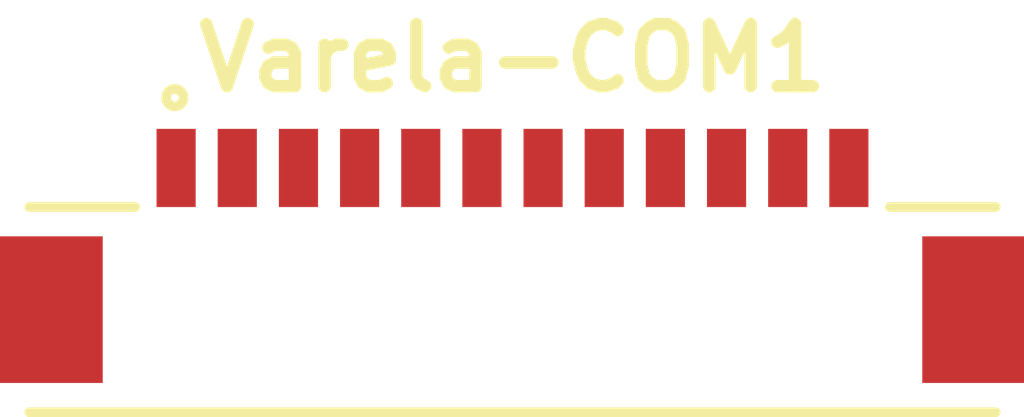
<source format=kicad_pcb>
(kicad_pcb (version 20171130) (host pcbnew "(5.1.6)-1")

  (general
    (thickness 1.6)
    (drawings 0)
    (tracks 0)
    (zones 0)
    (modules 1)
    (nets 12)
  )

  (page A4)
  (layers
    (0 F.Cu signal)
    (31 B.Cu signal)
    (32 B.Adhes user)
    (33 F.Adhes user)
    (34 B.Paste user)
    (35 F.Paste user)
    (36 B.SilkS user)
    (37 F.SilkS user)
    (38 B.Mask user)
    (39 F.Mask user)
    (40 Dwgs.User user)
    (41 Cmts.User user)
    (42 Eco1.User user)
    (43 Eco2.User user)
    (44 Edge.Cuts user)
    (45 Margin user)
    (46 B.CrtYd user)
    (47 F.CrtYd user)
    (48 B.Fab user)
    (49 F.Fab user)
  )

  (setup
    (last_trace_width 0.25)
    (trace_clearance 0.2)
    (zone_clearance 0.508)
    (zone_45_only no)
    (trace_min 0.2)
    (via_size 0.8)
    (via_drill 0.4)
    (via_min_size 0.4)
    (via_min_drill 0.3)
    (uvia_size 0.3)
    (uvia_drill 0.1)
    (uvias_allowed no)
    (uvia_min_size 0.2)
    (uvia_min_drill 0.1)
    (edge_width 0.05)
    (segment_width 0.2)
    (pcb_text_width 0.3)
    (pcb_text_size 1.5 1.5)
    (mod_edge_width 0.12)
    (mod_text_size 1 1)
    (mod_text_width 0.15)
    (pad_size 1.524 1.524)
    (pad_drill 0.762)
    (pad_to_mask_clearance 0.05)
    (aux_axis_origin 0 0)
    (visible_elements FFFFFF7F)
    (pcbplotparams
      (layerselection 0x010fc_ffffffff)
      (usegerberextensions false)
      (usegerberattributes true)
      (usegerberadvancedattributes true)
      (creategerberjobfile true)
      (excludeedgelayer true)
      (linewidth 0.100000)
      (plotframeref false)
      (viasonmask false)
      (mode 1)
      (useauxorigin false)
      (hpglpennumber 1)
      (hpglpenspeed 20)
      (hpglpendiameter 15.000000)
      (psnegative false)
      (psa4output false)
      (plotreference true)
      (plotvalue true)
      (plotinvisibletext false)
      (padsonsilk false)
      (subtractmaskfromsilk false)
      (outputformat 1)
      (mirror false)
      (drillshape 1)
      (scaleselection 1)
      (outputdirectory ""))
  )

  (net 0 "")
  (net 1 /MISO)
  (net 2 /SCLK)
  (net 3 /MOSI)
  (net 4 /CS)
  (net 5 /SCL)
  (net 6 /SDA)
  (net 7 /+3V3)
  (net 8 /+5V)
  (net 9 /GND)
  (net 10 /CAN_L)
  (net 11 /CAN_H)

  (net_class Default "This is the default net class."
    (clearance 0.2)
    (trace_width 0.25)
    (via_dia 0.8)
    (via_drill 0.4)
    (uvia_dia 0.3)
    (uvia_drill 0.1)
    (add_net /+3V3)
    (add_net /+5V)
    (add_net /CAN_H)
    (add_net /CAN_L)
    (add_net /CS)
    (add_net /GND)
    (add_net /MISO)
    (add_net /MOSI)
    (add_net /SCL)
    (add_net /SCLK)
    (add_net /SDA)
  )

  (module SamacSys_Parts:53261-1271 (layer F.Cu) (tedit 0) (tstamp 60ADEB63)
    (at 114.808 53.34)
    (descr 53261-1271)
    (tags Connector)
    (path /60AD8CF3)
    (attr smd)
    (fp_text reference Varela-COM1 (at 0 -3.048) (layer F.SilkS)
      (effects (font (size 1.27 1.27) (thickness 0.254)))
    )
    (fp_text value 53261-1271 (at -0.088 2.623) (layer F.SilkS) hide
      (effects (font (size 1.27 1.27) (thickness 0.254)))
    )
    (fp_circle (center -6.901 -2.238) (end -6.901 -2.16) (layer F.SilkS) (width 0.2))
    (fp_line (start 9.875 0) (end 7.714 0) (layer F.SilkS) (width 0.2))
    (fp_line (start -9.875 0) (end -7.714 0) (layer F.SilkS) (width 0.2))
    (fp_line (start -9.875 4.2) (end 9.875 4.2) (layer F.SilkS) (width 0.2))
    (fp_line (start -9.875 4.2) (end -9.875 0) (layer F.Fab) (width 0.2))
    (fp_line (start 9.875 4.2) (end -9.875 4.2) (layer F.Fab) (width 0.2))
    (fp_line (start 9.875 0) (end 9.875 4.2) (layer F.Fab) (width 0.2))
    (fp_line (start -9.875 0) (end 9.875 0) (layer F.Fab) (width 0.2))
    (fp_text user %R (at 0 -3.048) (layer F.Fab)
      (effects (font (size 1.27 1.27) (thickness 0.254)))
    )
    (pad 1 smd rect (at -6.875 -0.8) (size 0.8 1.6) (layers F.Cu F.Paste F.Mask)
      (net 1 /MISO))
    (pad 2 smd rect (at -5.625 -0.8) (size 0.8 1.6) (layers F.Cu F.Paste F.Mask)
      (net 2 /SCLK))
    (pad 3 smd rect (at -4.375 -0.8) (size 0.8 1.6) (layers F.Cu F.Paste F.Mask)
      (net 3 /MOSI))
    (pad 4 smd rect (at -3.125 -0.8) (size 0.8 1.6) (layers F.Cu F.Paste F.Mask)
      (net 4 /CS))
    (pad 5 smd rect (at -1.875 -0.8) (size 0.8 1.6) (layers F.Cu F.Paste F.Mask)
      (net 5 /SCL))
    (pad 6 smd rect (at -0.625 -0.8) (size 0.8 1.6) (layers F.Cu F.Paste F.Mask)
      (net 6 /SDA))
    (pad 7 smd rect (at 0.625 -0.8) (size 0.8 1.6) (layers F.Cu F.Paste F.Mask)
      (net 7 /+3V3))
    (pad 8 smd rect (at 1.875 -0.8) (size 0.8 1.6) (layers F.Cu F.Paste F.Mask)
      (net 8 /+5V))
    (pad 9 smd rect (at 3.125 -0.8) (size 0.8 1.6) (layers F.Cu F.Paste F.Mask)
      (net 9 /GND))
    (pad 10 smd rect (at 4.375 -0.8) (size 0.8 1.6) (layers F.Cu F.Paste F.Mask)
      (net 9 /GND))
    (pad 11 smd rect (at 5.625 -0.8) (size 0.8 1.6) (layers F.Cu F.Paste F.Mask)
      (net 10 /CAN_L))
    (pad 12 smd rect (at 6.875 -0.8) (size 0.8 1.6) (layers F.Cu F.Paste F.Mask)
      (net 11 /CAN_H))
    (pad 13 smd rect (at -9.425 2.1) (size 2.1 3) (layers F.Cu F.Paste F.Mask))
    (pad 14 smd rect (at 9.425 2.1) (size 2.1 3) (layers F.Cu F.Paste F.Mask))
    (model C:\SamacSys_PCB_Library\KiCad\SamacSys_Parts.3dshapes\53261-1271.stp
      (offset (xyz 0 -3.190000009311558 1.779999944656845))
      (scale (xyz 1 1 1))
      (rotate (xyz 0 0 -180))
    )
  )

)

</source>
